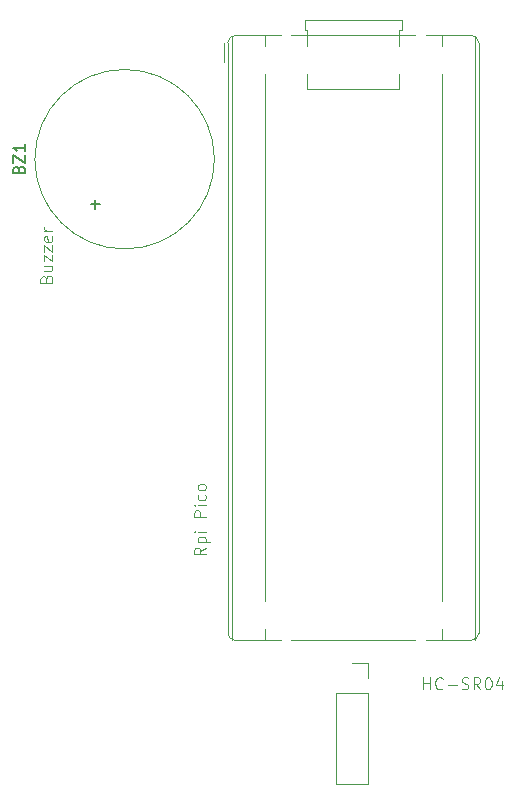
<source format=gbr>
%TF.GenerationSoftware,KiCad,Pcbnew,9.0.2*%
%TF.CreationDate,2025-06-22T19:03:17+05:30*%
%TF.ProjectId,rpiblindstick,72706962-6c69-46e6-9473-7469636b2e6b,rev?*%
%TF.SameCoordinates,Original*%
%TF.FileFunction,Legend,Top*%
%TF.FilePolarity,Positive*%
%FSLAX46Y46*%
G04 Gerber Fmt 4.6, Leading zero omitted, Abs format (unit mm)*
G04 Created by KiCad (PCBNEW 9.0.2) date 2025-06-22 19:03:17*
%MOMM*%
%LPD*%
G01*
G04 APERTURE LIST*
%ADD10C,0.100000*%
%ADD11C,0.150000*%
%ADD12C,0.120000*%
G04 APERTURE END LIST*
D10*
X119872419Y-122624687D02*
X119396228Y-122958020D01*
X119872419Y-123196115D02*
X118872419Y-123196115D01*
X118872419Y-123196115D02*
X118872419Y-122815163D01*
X118872419Y-122815163D02*
X118920038Y-122719925D01*
X118920038Y-122719925D02*
X118967657Y-122672306D01*
X118967657Y-122672306D02*
X119062895Y-122624687D01*
X119062895Y-122624687D02*
X119205752Y-122624687D01*
X119205752Y-122624687D02*
X119300990Y-122672306D01*
X119300990Y-122672306D02*
X119348609Y-122719925D01*
X119348609Y-122719925D02*
X119396228Y-122815163D01*
X119396228Y-122815163D02*
X119396228Y-123196115D01*
X119205752Y-122196115D02*
X120205752Y-122196115D01*
X119253371Y-122196115D02*
X119205752Y-122100877D01*
X119205752Y-122100877D02*
X119205752Y-121910401D01*
X119205752Y-121910401D02*
X119253371Y-121815163D01*
X119253371Y-121815163D02*
X119300990Y-121767544D01*
X119300990Y-121767544D02*
X119396228Y-121719925D01*
X119396228Y-121719925D02*
X119681942Y-121719925D01*
X119681942Y-121719925D02*
X119777180Y-121767544D01*
X119777180Y-121767544D02*
X119824800Y-121815163D01*
X119824800Y-121815163D02*
X119872419Y-121910401D01*
X119872419Y-121910401D02*
X119872419Y-122100877D01*
X119872419Y-122100877D02*
X119824800Y-122196115D01*
X119872419Y-121291353D02*
X119205752Y-121291353D01*
X118872419Y-121291353D02*
X118920038Y-121338972D01*
X118920038Y-121338972D02*
X118967657Y-121291353D01*
X118967657Y-121291353D02*
X118920038Y-121243734D01*
X118920038Y-121243734D02*
X118872419Y-121291353D01*
X118872419Y-121291353D02*
X118967657Y-121291353D01*
X119872419Y-120053258D02*
X118872419Y-120053258D01*
X118872419Y-120053258D02*
X118872419Y-119672306D01*
X118872419Y-119672306D02*
X118920038Y-119577068D01*
X118920038Y-119577068D02*
X118967657Y-119529449D01*
X118967657Y-119529449D02*
X119062895Y-119481830D01*
X119062895Y-119481830D02*
X119205752Y-119481830D01*
X119205752Y-119481830D02*
X119300990Y-119529449D01*
X119300990Y-119529449D02*
X119348609Y-119577068D01*
X119348609Y-119577068D02*
X119396228Y-119672306D01*
X119396228Y-119672306D02*
X119396228Y-120053258D01*
X119872419Y-119053258D02*
X119205752Y-119053258D01*
X118872419Y-119053258D02*
X118920038Y-119100877D01*
X118920038Y-119100877D02*
X118967657Y-119053258D01*
X118967657Y-119053258D02*
X118920038Y-119005639D01*
X118920038Y-119005639D02*
X118872419Y-119053258D01*
X118872419Y-119053258D02*
X118967657Y-119053258D01*
X119824800Y-118148497D02*
X119872419Y-118243735D01*
X119872419Y-118243735D02*
X119872419Y-118434211D01*
X119872419Y-118434211D02*
X119824800Y-118529449D01*
X119824800Y-118529449D02*
X119777180Y-118577068D01*
X119777180Y-118577068D02*
X119681942Y-118624687D01*
X119681942Y-118624687D02*
X119396228Y-118624687D01*
X119396228Y-118624687D02*
X119300990Y-118577068D01*
X119300990Y-118577068D02*
X119253371Y-118529449D01*
X119253371Y-118529449D02*
X119205752Y-118434211D01*
X119205752Y-118434211D02*
X119205752Y-118243735D01*
X119205752Y-118243735D02*
X119253371Y-118148497D01*
X119872419Y-117577068D02*
X119824800Y-117672306D01*
X119824800Y-117672306D02*
X119777180Y-117719925D01*
X119777180Y-117719925D02*
X119681942Y-117767544D01*
X119681942Y-117767544D02*
X119396228Y-117767544D01*
X119396228Y-117767544D02*
X119300990Y-117719925D01*
X119300990Y-117719925D02*
X119253371Y-117672306D01*
X119253371Y-117672306D02*
X119205752Y-117577068D01*
X119205752Y-117577068D02*
X119205752Y-117434211D01*
X119205752Y-117434211D02*
X119253371Y-117338973D01*
X119253371Y-117338973D02*
X119300990Y-117291354D01*
X119300990Y-117291354D02*
X119396228Y-117243735D01*
X119396228Y-117243735D02*
X119681942Y-117243735D01*
X119681942Y-117243735D02*
X119777180Y-117291354D01*
X119777180Y-117291354D02*
X119824800Y-117338973D01*
X119824800Y-117338973D02*
X119872419Y-117434211D01*
X119872419Y-117434211D02*
X119872419Y-117577068D01*
X106348609Y-99862782D02*
X106396228Y-99719925D01*
X106396228Y-99719925D02*
X106443847Y-99672306D01*
X106443847Y-99672306D02*
X106539085Y-99624687D01*
X106539085Y-99624687D02*
X106681942Y-99624687D01*
X106681942Y-99624687D02*
X106777180Y-99672306D01*
X106777180Y-99672306D02*
X106824800Y-99719925D01*
X106824800Y-99719925D02*
X106872419Y-99815163D01*
X106872419Y-99815163D02*
X106872419Y-100196115D01*
X106872419Y-100196115D02*
X105872419Y-100196115D01*
X105872419Y-100196115D02*
X105872419Y-99862782D01*
X105872419Y-99862782D02*
X105920038Y-99767544D01*
X105920038Y-99767544D02*
X105967657Y-99719925D01*
X105967657Y-99719925D02*
X106062895Y-99672306D01*
X106062895Y-99672306D02*
X106158133Y-99672306D01*
X106158133Y-99672306D02*
X106253371Y-99719925D01*
X106253371Y-99719925D02*
X106300990Y-99767544D01*
X106300990Y-99767544D02*
X106348609Y-99862782D01*
X106348609Y-99862782D02*
X106348609Y-100196115D01*
X106205752Y-98767544D02*
X106872419Y-98767544D01*
X106205752Y-99196115D02*
X106729561Y-99196115D01*
X106729561Y-99196115D02*
X106824800Y-99148496D01*
X106824800Y-99148496D02*
X106872419Y-99053258D01*
X106872419Y-99053258D02*
X106872419Y-98910401D01*
X106872419Y-98910401D02*
X106824800Y-98815163D01*
X106824800Y-98815163D02*
X106777180Y-98767544D01*
X106205752Y-98386591D02*
X106205752Y-97862782D01*
X106205752Y-97862782D02*
X106872419Y-98386591D01*
X106872419Y-98386591D02*
X106872419Y-97862782D01*
X106205752Y-97577067D02*
X106205752Y-97053258D01*
X106205752Y-97053258D02*
X106872419Y-97577067D01*
X106872419Y-97577067D02*
X106872419Y-97053258D01*
X106824800Y-96291353D02*
X106872419Y-96386591D01*
X106872419Y-96386591D02*
X106872419Y-96577067D01*
X106872419Y-96577067D02*
X106824800Y-96672305D01*
X106824800Y-96672305D02*
X106729561Y-96719924D01*
X106729561Y-96719924D02*
X106348609Y-96719924D01*
X106348609Y-96719924D02*
X106253371Y-96672305D01*
X106253371Y-96672305D02*
X106205752Y-96577067D01*
X106205752Y-96577067D02*
X106205752Y-96386591D01*
X106205752Y-96386591D02*
X106253371Y-96291353D01*
X106253371Y-96291353D02*
X106348609Y-96243734D01*
X106348609Y-96243734D02*
X106443847Y-96243734D01*
X106443847Y-96243734D02*
X106539085Y-96719924D01*
X106872419Y-95815162D02*
X106205752Y-95815162D01*
X106396228Y-95815162D02*
X106300990Y-95767543D01*
X106300990Y-95767543D02*
X106253371Y-95719924D01*
X106253371Y-95719924D02*
X106205752Y-95624686D01*
X106205752Y-95624686D02*
X106205752Y-95529448D01*
X138303884Y-134622419D02*
X138303884Y-133622419D01*
X138303884Y-134098609D02*
X138875312Y-134098609D01*
X138875312Y-134622419D02*
X138875312Y-133622419D01*
X139922931Y-134527180D02*
X139875312Y-134574800D01*
X139875312Y-134574800D02*
X139732455Y-134622419D01*
X139732455Y-134622419D02*
X139637217Y-134622419D01*
X139637217Y-134622419D02*
X139494360Y-134574800D01*
X139494360Y-134574800D02*
X139399122Y-134479561D01*
X139399122Y-134479561D02*
X139351503Y-134384323D01*
X139351503Y-134384323D02*
X139303884Y-134193847D01*
X139303884Y-134193847D02*
X139303884Y-134050990D01*
X139303884Y-134050990D02*
X139351503Y-133860514D01*
X139351503Y-133860514D02*
X139399122Y-133765276D01*
X139399122Y-133765276D02*
X139494360Y-133670038D01*
X139494360Y-133670038D02*
X139637217Y-133622419D01*
X139637217Y-133622419D02*
X139732455Y-133622419D01*
X139732455Y-133622419D02*
X139875312Y-133670038D01*
X139875312Y-133670038D02*
X139922931Y-133717657D01*
X140351503Y-134241466D02*
X141113408Y-134241466D01*
X141541979Y-134574800D02*
X141684836Y-134622419D01*
X141684836Y-134622419D02*
X141922931Y-134622419D01*
X141922931Y-134622419D02*
X142018169Y-134574800D01*
X142018169Y-134574800D02*
X142065788Y-134527180D01*
X142065788Y-134527180D02*
X142113407Y-134431942D01*
X142113407Y-134431942D02*
X142113407Y-134336704D01*
X142113407Y-134336704D02*
X142065788Y-134241466D01*
X142065788Y-134241466D02*
X142018169Y-134193847D01*
X142018169Y-134193847D02*
X141922931Y-134146228D01*
X141922931Y-134146228D02*
X141732455Y-134098609D01*
X141732455Y-134098609D02*
X141637217Y-134050990D01*
X141637217Y-134050990D02*
X141589598Y-134003371D01*
X141589598Y-134003371D02*
X141541979Y-133908133D01*
X141541979Y-133908133D02*
X141541979Y-133812895D01*
X141541979Y-133812895D02*
X141589598Y-133717657D01*
X141589598Y-133717657D02*
X141637217Y-133670038D01*
X141637217Y-133670038D02*
X141732455Y-133622419D01*
X141732455Y-133622419D02*
X141970550Y-133622419D01*
X141970550Y-133622419D02*
X142113407Y-133670038D01*
X143113407Y-134622419D02*
X142780074Y-134146228D01*
X142541979Y-134622419D02*
X142541979Y-133622419D01*
X142541979Y-133622419D02*
X142922931Y-133622419D01*
X142922931Y-133622419D02*
X143018169Y-133670038D01*
X143018169Y-133670038D02*
X143065788Y-133717657D01*
X143065788Y-133717657D02*
X143113407Y-133812895D01*
X143113407Y-133812895D02*
X143113407Y-133955752D01*
X143113407Y-133955752D02*
X143065788Y-134050990D01*
X143065788Y-134050990D02*
X143018169Y-134098609D01*
X143018169Y-134098609D02*
X142922931Y-134146228D01*
X142922931Y-134146228D02*
X142541979Y-134146228D01*
X143732455Y-133622419D02*
X143827693Y-133622419D01*
X143827693Y-133622419D02*
X143922931Y-133670038D01*
X143922931Y-133670038D02*
X143970550Y-133717657D01*
X143970550Y-133717657D02*
X144018169Y-133812895D01*
X144018169Y-133812895D02*
X144065788Y-134003371D01*
X144065788Y-134003371D02*
X144065788Y-134241466D01*
X144065788Y-134241466D02*
X144018169Y-134431942D01*
X144018169Y-134431942D02*
X143970550Y-134527180D01*
X143970550Y-134527180D02*
X143922931Y-134574800D01*
X143922931Y-134574800D02*
X143827693Y-134622419D01*
X143827693Y-134622419D02*
X143732455Y-134622419D01*
X143732455Y-134622419D02*
X143637217Y-134574800D01*
X143637217Y-134574800D02*
X143589598Y-134527180D01*
X143589598Y-134527180D02*
X143541979Y-134431942D01*
X143541979Y-134431942D02*
X143494360Y-134241466D01*
X143494360Y-134241466D02*
X143494360Y-134003371D01*
X143494360Y-134003371D02*
X143541979Y-133812895D01*
X143541979Y-133812895D02*
X143589598Y-133717657D01*
X143589598Y-133717657D02*
X143637217Y-133670038D01*
X143637217Y-133670038D02*
X143732455Y-133622419D01*
X144922931Y-133955752D02*
X144922931Y-134622419D01*
X144684836Y-133574800D02*
X144446741Y-134289085D01*
X144446741Y-134289085D02*
X145065788Y-134289085D01*
D11*
X104041009Y-90620952D02*
X104088628Y-90478095D01*
X104088628Y-90478095D02*
X104136247Y-90430476D01*
X104136247Y-90430476D02*
X104231485Y-90382857D01*
X104231485Y-90382857D02*
X104374342Y-90382857D01*
X104374342Y-90382857D02*
X104469580Y-90430476D01*
X104469580Y-90430476D02*
X104517200Y-90478095D01*
X104517200Y-90478095D02*
X104564819Y-90573333D01*
X104564819Y-90573333D02*
X104564819Y-90954285D01*
X104564819Y-90954285D02*
X103564819Y-90954285D01*
X103564819Y-90954285D02*
X103564819Y-90620952D01*
X103564819Y-90620952D02*
X103612438Y-90525714D01*
X103612438Y-90525714D02*
X103660057Y-90478095D01*
X103660057Y-90478095D02*
X103755295Y-90430476D01*
X103755295Y-90430476D02*
X103850533Y-90430476D01*
X103850533Y-90430476D02*
X103945771Y-90478095D01*
X103945771Y-90478095D02*
X103993390Y-90525714D01*
X103993390Y-90525714D02*
X104041009Y-90620952D01*
X104041009Y-90620952D02*
X104041009Y-90954285D01*
X103564819Y-90049523D02*
X103564819Y-89382857D01*
X103564819Y-89382857D02*
X104564819Y-90049523D01*
X104564819Y-90049523D02*
X104564819Y-89382857D01*
X104564819Y-88478095D02*
X104564819Y-89049523D01*
X104564819Y-88763809D02*
X103564819Y-88763809D01*
X103564819Y-88763809D02*
X103707676Y-88859047D01*
X103707676Y-88859047D02*
X103802914Y-88954285D01*
X103802914Y-88954285D02*
X103850533Y-89049523D01*
X110533866Y-93940951D02*
X110533866Y-93179047D01*
X110914819Y-93559999D02*
X110152914Y-93559999D01*
D12*
%TO.C,J1*%
X130920000Y-134980000D02*
X130920000Y-142660000D01*
X130920000Y-134980000D02*
X133580000Y-134980000D01*
X130920000Y-142660000D02*
X133580000Y-142660000D01*
X132250000Y-132380000D02*
X133580000Y-132380000D01*
X133580000Y-132380000D02*
X133580000Y-133710000D01*
X133580000Y-134980000D02*
X133580000Y-142660000D01*
%TO.C,A1*%
X121430000Y-81540000D02*
X121430000Y-79940000D01*
X121750000Y-79870000D02*
X121750000Y-129870000D01*
X122090000Y-79323000D02*
X122090000Y-130417000D01*
X122360000Y-79260000D02*
X124850000Y-79260000D01*
X122360000Y-130480000D02*
X126197939Y-130480000D01*
X124850000Y-79260000D02*
X124850000Y-80173520D01*
X124850000Y-79260000D02*
X126197940Y-79260000D01*
X124850000Y-82566480D02*
X124850000Y-127173520D01*
X124850000Y-129566480D02*
X124850000Y-130480000D01*
X127122061Y-79260000D02*
X128125000Y-79260000D01*
X128125000Y-79260000D02*
X136595000Y-79260000D01*
X128250000Y-77960000D02*
X128250000Y-78780000D01*
X128250000Y-77960000D02*
X136470000Y-77960000D01*
X128250000Y-78780000D02*
X128460000Y-78780000D01*
X128460000Y-78780000D02*
X128460000Y-80176000D01*
X128460000Y-82564000D02*
X128460000Y-83780000D01*
X128760000Y-130480000D02*
X127122061Y-130480000D01*
X135960000Y-130480000D02*
X128760000Y-130480000D01*
X136260000Y-78780000D02*
X136260000Y-80176000D01*
X136260000Y-82564000D02*
X136260000Y-83780000D01*
X136260000Y-83780000D02*
X128460000Y-83780000D01*
X136470000Y-77960000D02*
X136470000Y-78780000D01*
X136470000Y-78780000D02*
X136260000Y-78780000D01*
X136595000Y-79260000D02*
X137597939Y-79260000D01*
X137597939Y-130480000D02*
X135960000Y-130480000D01*
X138522061Y-79260000D02*
X139870000Y-79260000D01*
X138522061Y-130480000D02*
X142360000Y-130480000D01*
X139870000Y-79260000D02*
X139870000Y-80173520D01*
X139870000Y-82566480D02*
X139870000Y-127173520D01*
X139870000Y-129566480D02*
X139870000Y-130480000D01*
X142360000Y-79260000D02*
X139870000Y-79260000D01*
X142630000Y-130417000D02*
X142630000Y-79323000D01*
X142970000Y-79870000D02*
X142970000Y-129870000D01*
X121750000Y-79870000D02*
G75*
G02*
X122360000Y-79260000I610000J0D01*
G01*
X122360000Y-130480000D02*
G75*
G02*
X121750000Y-129870000I-99J609901D01*
G01*
X142360000Y-79260000D02*
G75*
G02*
X142970000Y-79870000I0J-610000D01*
G01*
X142970000Y-129870000D02*
G75*
G02*
X142360000Y-130480000I-610000J0D01*
G01*
%TO.C,BZ1*%
X120600000Y-89750000D02*
G75*
G02*
X105400000Y-89750000I-7600000J0D01*
G01*
X105400000Y-89750000D02*
G75*
G02*
X120600000Y-89750000I7600000J0D01*
G01*
%TD*%
M02*

</source>
